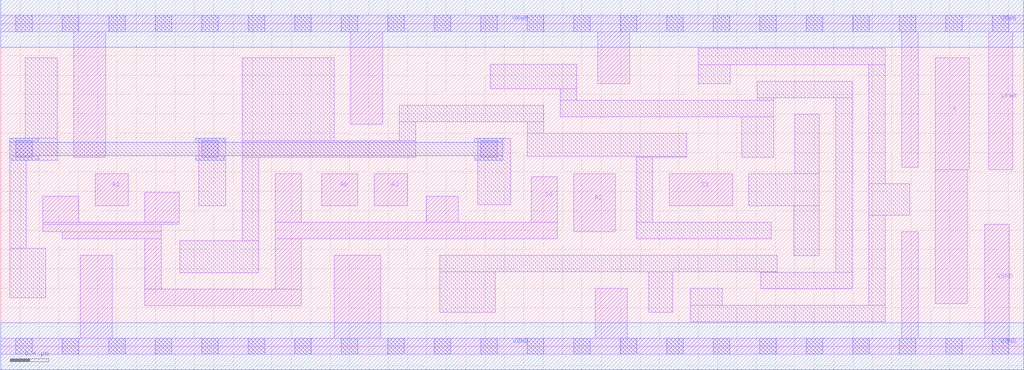
<source format=lef>
# Copyright 2020 The SkyWater PDK Authors
#
# Licensed under the Apache License, Version 2.0 (the "License");
# you may not use this file except in compliance with the License.
# You may obtain a copy of the License at
#
#     https://www.apache.org/licenses/LICENSE-2.0
#
# Unless required by applicable law or agreed to in writing, software
# distributed under the License is distributed on an "AS IS" BASIS,
# WITHOUT WARRANTIES OR CONDITIONS OF ANY KIND, either express or implied.
# See the License for the specific language governing permissions and
# limitations under the License.
#
# SPDX-License-Identifier: Apache-2.0

VERSION 5.7 ;
  NAMESCASESENSITIVE ON ;
  NOWIREEXTENSIONATPIN ON ;
  DIVIDERCHAR "/" ;
  BUSBITCHARS "[]" ;
UNITS
  DATABASE MICRONS 200 ;
END UNITS
MACRO sky130_fd_sc_ls__mux4_2
  CLASS CORE ;
  SOURCE USER ;
  FOREIGN sky130_fd_sc_ls__mux4_2 ;
  ORIGIN  0.000000  0.000000 ;
  SIZE  10.56000 BY  3.330000 ;
  SYMMETRY X Y ;
  SITE unit ;
  PIN A0
    ANTENNAGATEAREA  0.261000 ;
    DIRECTION INPUT ;
    USE SIGNAL ;
    PORT
      LAYER li1 ;
        RECT 3.315000 1.450000 3.685000 1.780000 ;
    END
  END A0
  PIN A1
    ANTENNAGATEAREA  0.261000 ;
    DIRECTION INPUT ;
    USE SIGNAL ;
    PORT
      LAYER li1 ;
        RECT 0.975000 1.450000 1.315000 1.780000 ;
    END
  END A1
  PIN A2
    ANTENNAGATEAREA  0.261000 ;
    DIRECTION INPUT ;
    USE SIGNAL ;
    PORT
      LAYER li1 ;
        RECT 5.915000 1.180000 6.345000 1.780000 ;
    END
  END A2
  PIN A3
    ANTENNAGATEAREA  0.261000 ;
    DIRECTION INPUT ;
    USE SIGNAL ;
    PORT
      LAYER li1 ;
        RECT 3.855000 1.450000 4.195000 1.780000 ;
    END
  END A3
  PIN S0
    ANTENNAGATEAREA  0.768000 ;
    DIRECTION INPUT ;
    USE SIGNAL ;
    PORT
      LAYER li1 ;
        RECT 0.435000 1.180000 1.655000 1.260000 ;
        RECT 0.435000 1.260000 1.845000 1.280000 ;
        RECT 0.435000 1.280000 0.805000 1.550000 ;
        RECT 0.635000 1.110000 1.655000 1.180000 ;
        RECT 1.485000 0.420000 3.105000 0.590000 ;
        RECT 1.485000 0.590000 1.655000 1.110000 ;
        RECT 1.485000 1.280000 1.845000 1.590000 ;
        RECT 2.835000 0.590000 3.105000 1.110000 ;
        RECT 2.835000 1.110000 5.745000 1.280000 ;
        RECT 2.835000 1.280000 3.105000 1.780000 ;
        RECT 4.395000 1.280000 4.725000 1.550000 ;
        RECT 5.475000 1.280000 5.745000 1.750000 ;
    END
  END S0
  PIN S1
    ANTENNAGATEAREA  0.507000 ;
    DIRECTION INPUT ;
    USE SIGNAL ;
    PORT
      LAYER li1 ;
        RECT 6.900000 1.450000 7.555000 1.780000 ;
    END
  END S1
  PIN X
    ANTENNADIFFAREA  0.543200 ;
    DIRECTION OUTPUT ;
    USE SIGNAL ;
    PORT
      LAYER li1 ;
        RECT 9.650000 0.440000  9.980000 1.820000 ;
        RECT 9.650000 1.820000 10.000000 2.980000 ;
    END
  END X
  PIN VGND
    DIRECTION INOUT ;
    SHAPE ABUTMENT ;
    USE GROUND ;
    PORT
      LAYER li1 ;
        RECT  0.000000 -0.085000 10.560000 0.085000 ;
        RECT  0.820000  0.085000  1.150000 0.940000 ;
        RECT  3.445000  0.085000  3.925000 0.940000 ;
        RECT  6.140000  0.085000  6.470000 0.600000 ;
        RECT  9.300000  0.085000  9.470000 1.180000 ;
        RECT 10.160000  0.085000 10.410000 1.260000 ;
      LAYER mcon ;
        RECT  0.155000 -0.085000  0.325000 0.085000 ;
        RECT  0.635000 -0.085000  0.805000 0.085000 ;
        RECT  1.115000 -0.085000  1.285000 0.085000 ;
        RECT  1.595000 -0.085000  1.765000 0.085000 ;
        RECT  2.075000 -0.085000  2.245000 0.085000 ;
        RECT  2.555000 -0.085000  2.725000 0.085000 ;
        RECT  3.035000 -0.085000  3.205000 0.085000 ;
        RECT  3.515000 -0.085000  3.685000 0.085000 ;
        RECT  3.995000 -0.085000  4.165000 0.085000 ;
        RECT  4.475000 -0.085000  4.645000 0.085000 ;
        RECT  4.955000 -0.085000  5.125000 0.085000 ;
        RECT  5.435000 -0.085000  5.605000 0.085000 ;
        RECT  5.915000 -0.085000  6.085000 0.085000 ;
        RECT  6.395000 -0.085000  6.565000 0.085000 ;
        RECT  6.875000 -0.085000  7.045000 0.085000 ;
        RECT  7.355000 -0.085000  7.525000 0.085000 ;
        RECT  7.835000 -0.085000  8.005000 0.085000 ;
        RECT  8.315000 -0.085000  8.485000 0.085000 ;
        RECT  8.795000 -0.085000  8.965000 0.085000 ;
        RECT  9.275000 -0.085000  9.445000 0.085000 ;
        RECT  9.755000 -0.085000  9.925000 0.085000 ;
        RECT 10.235000 -0.085000 10.405000 0.085000 ;
      LAYER met1 ;
        RECT 0.000000 -0.245000 10.560000 0.245000 ;
    END
  END VGND
  PIN VPWR
    DIRECTION INOUT ;
    SHAPE ABUTMENT ;
    USE POWER ;
    PORT
      LAYER li1 ;
        RECT  0.000000 3.245000 10.560000 3.415000 ;
        RECT  0.755000 1.950000  1.085000 3.245000 ;
        RECT  3.615000 2.290000  3.945000 3.245000 ;
        RECT  6.165000 2.710000  6.495000 3.245000 ;
        RECT  9.300000 1.850000  9.470000 3.245000 ;
        RECT 10.200000 1.820000 10.450000 3.245000 ;
      LAYER mcon ;
        RECT  0.155000 3.245000  0.325000 3.415000 ;
        RECT  0.635000 3.245000  0.805000 3.415000 ;
        RECT  1.115000 3.245000  1.285000 3.415000 ;
        RECT  1.595000 3.245000  1.765000 3.415000 ;
        RECT  2.075000 3.245000  2.245000 3.415000 ;
        RECT  2.555000 3.245000  2.725000 3.415000 ;
        RECT  3.035000 3.245000  3.205000 3.415000 ;
        RECT  3.515000 3.245000  3.685000 3.415000 ;
        RECT  3.995000 3.245000  4.165000 3.415000 ;
        RECT  4.475000 3.245000  4.645000 3.415000 ;
        RECT  4.955000 3.245000  5.125000 3.415000 ;
        RECT  5.435000 3.245000  5.605000 3.415000 ;
        RECT  5.915000 3.245000  6.085000 3.415000 ;
        RECT  6.395000 3.245000  6.565000 3.415000 ;
        RECT  6.875000 3.245000  7.045000 3.415000 ;
        RECT  7.355000 3.245000  7.525000 3.415000 ;
        RECT  7.835000 3.245000  8.005000 3.415000 ;
        RECT  8.315000 3.245000  8.485000 3.415000 ;
        RECT  8.795000 3.245000  8.965000 3.415000 ;
        RECT  9.275000 3.245000  9.445000 3.415000 ;
        RECT  9.755000 3.245000  9.925000 3.415000 ;
        RECT 10.235000 3.245000 10.405000 3.415000 ;
      LAYER met1 ;
        RECT 0.000000 3.085000 10.560000 3.575000 ;
    END
  END VPWR
  OBS
    LAYER li1 ;
      RECT 0.095000 0.500000 0.465000 1.010000 ;
      RECT 0.095000 1.010000 0.265000 1.920000 ;
      RECT 0.095000 1.920000 0.585000 2.150000 ;
      RECT 0.255000 2.150000 0.585000 2.980000 ;
      RECT 1.850000 0.760000 2.665000 1.090000 ;
      RECT 2.045000 1.450000 2.325000 2.150000 ;
      RECT 2.495000 1.090000 2.665000 1.950000 ;
      RECT 2.495000 1.950000 4.285000 2.120000 ;
      RECT 2.495000 2.120000 3.445000 2.980000 ;
      RECT 4.115000 2.120000 4.285000 2.320000 ;
      RECT 4.115000 2.320000 5.605000 2.490000 ;
      RECT 4.530000 0.350000 5.105000 0.770000 ;
      RECT 4.530000 0.770000 8.015000 0.940000 ;
      RECT 4.925000 1.460000 5.265000 2.150000 ;
      RECT 5.055000 2.660000 5.945000 2.910000 ;
      RECT 5.435000 1.960000 7.080000 2.200000 ;
      RECT 5.435000 2.200000 5.605000 2.320000 ;
      RECT 5.775000 2.370000 7.980000 2.540000 ;
      RECT 5.775000 2.540000 5.945000 2.660000 ;
      RECT 6.560000 1.110000 7.955000 1.280000 ;
      RECT 6.560000 1.280000 6.730000 1.950000 ;
      RECT 6.560000 1.950000 7.080000 1.960000 ;
      RECT 6.690000 0.350000 6.940000 0.770000 ;
      RECT 7.120000 0.255000 9.130000 0.425000 ;
      RECT 7.120000 0.425000 7.450000 0.600000 ;
      RECT 7.200000 2.710000 7.530000 2.905000 ;
      RECT 7.200000 2.905000 9.130000 3.075000 ;
      RECT 7.650000 1.950000 7.980000 2.370000 ;
      RECT 7.725000 1.450000 8.450000 1.780000 ;
      RECT 7.810000 2.540000 7.980000 2.565000 ;
      RECT 7.810000 2.565000 8.790000 2.735000 ;
      RECT 7.845000 0.595000 8.790000 0.765000 ;
      RECT 7.845000 0.765000 8.015000 0.770000 ;
      RECT 8.185000 0.935000 8.450000 1.450000 ;
      RECT 8.200000 1.780000 8.450000 2.395000 ;
      RECT 8.620000 0.765000 8.790000 2.565000 ;
      RECT 8.960000 0.425000 9.130000 1.350000 ;
      RECT 8.960000 1.350000 9.385000 1.680000 ;
      RECT 8.960000 1.680000 9.130000 2.905000 ;
    LAYER mcon ;
      RECT 0.155000 1.950000 0.325000 2.120000 ;
      RECT 2.075000 1.950000 2.245000 2.120000 ;
      RECT 4.955000 1.950000 5.125000 2.120000 ;
    LAYER met1 ;
      RECT 0.095000 1.920000 0.385000 1.965000 ;
      RECT 0.095000 1.965000 5.185000 2.105000 ;
      RECT 0.095000 2.105000 0.385000 2.150000 ;
      RECT 2.015000 1.920000 2.305000 1.965000 ;
      RECT 2.015000 2.105000 2.305000 2.150000 ;
      RECT 4.895000 1.920000 5.185000 1.965000 ;
      RECT 4.895000 2.105000 5.185000 2.150000 ;
  END
END sky130_fd_sc_ls__mux4_2

</source>
